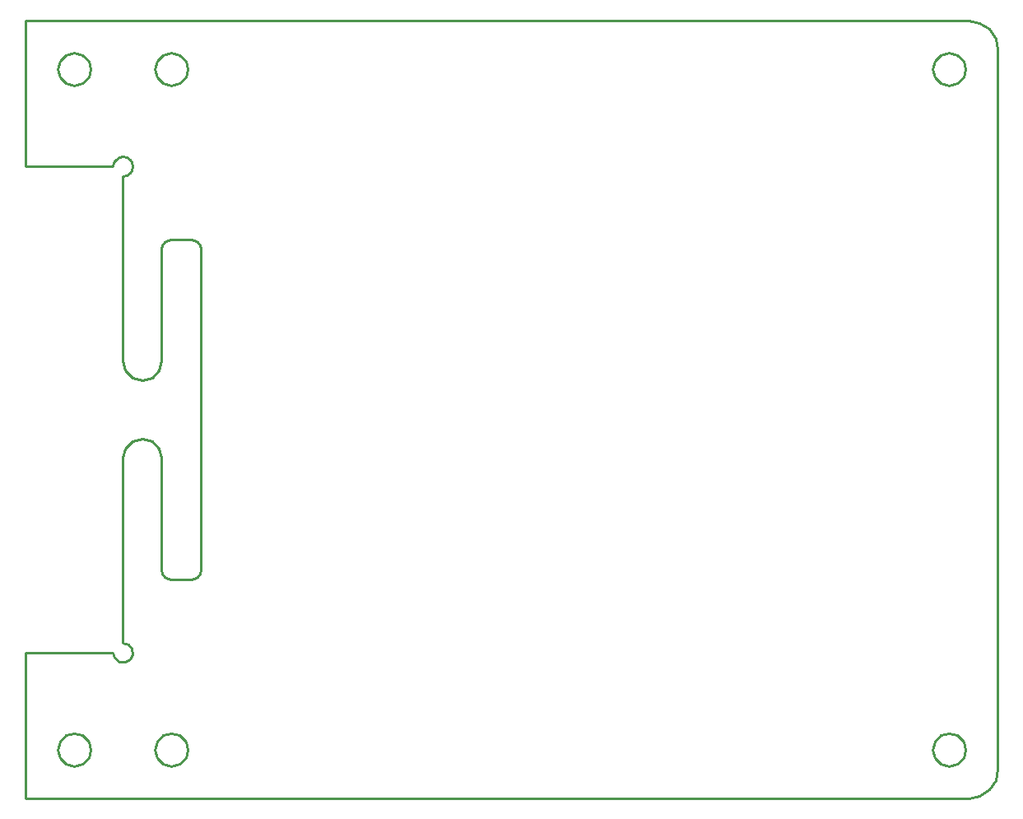
<source format=gbr>
G04 EAGLE Gerber RS-274X export*
G75*
%MOMM*%
%FSLAX34Y34*%
%LPD*%
%IN*%
%IPPOS*%
%AMOC8*
5,1,8,0,0,1.08239X$1,22.5*%
G01*
%ADD10C,0.254000*%


D10*
X172798Y182083D02*
X1142798Y182083D01*
X1154279Y184367D01*
X1164011Y190870D01*
X1170514Y200603D01*
X1172798Y212083D01*
X1172800Y952083D01*
X1170516Y963564D01*
X1164013Y973296D01*
X1154281Y979799D01*
X1142800Y982083D01*
X172798Y982083D01*
X172798Y832083D01*
X262798Y832083D01*
X263584Y835975D01*
X265727Y839154D01*
X268906Y841297D01*
X272798Y842083D01*
X276691Y841297D01*
X279869Y839154D01*
X282012Y835975D01*
X282798Y832083D01*
X282012Y828190D01*
X279869Y825012D01*
X276690Y822869D01*
X272798Y822083D01*
X272798Y632083D01*
X275478Y622083D01*
X282798Y614763D01*
X292798Y612083D01*
X302798Y614763D01*
X310119Y622083D01*
X312798Y632083D01*
X312798Y747083D01*
X313584Y750975D01*
X315727Y754154D01*
X318906Y756297D01*
X322798Y757083D01*
X342798Y757083D01*
X346690Y756297D01*
X349869Y754154D01*
X352012Y750975D01*
X352798Y747083D01*
X352798Y417083D01*
X352012Y413191D01*
X349869Y410012D01*
X346690Y407869D01*
X342798Y407083D01*
X322798Y407083D01*
X318906Y407869D01*
X315727Y410012D01*
X313584Y413191D01*
X312798Y417083D01*
X312798Y532083D01*
X310119Y542083D01*
X302798Y549404D01*
X292798Y552083D01*
X282798Y549404D01*
X275478Y542083D01*
X272798Y532083D01*
X272798Y342083D01*
X278354Y340398D01*
X282037Y335910D01*
X282606Y330132D01*
X279869Y325012D01*
X274749Y322275D01*
X268971Y322844D01*
X264483Y326527D01*
X262798Y332083D01*
X172798Y332083D01*
X172798Y182083D01*
X205798Y232083D02*
X208076Y223583D01*
X214298Y217361D01*
X222798Y215083D01*
X231298Y217361D01*
X237520Y223583D01*
X239798Y232083D01*
X237520Y240583D01*
X231298Y246805D01*
X222798Y249083D01*
X214298Y246805D01*
X208076Y240583D01*
X205798Y232083D01*
X305798Y232083D02*
X308076Y223583D01*
X314298Y217361D01*
X322798Y215083D01*
X331298Y217361D01*
X337520Y223583D01*
X339798Y232083D01*
X337520Y240583D01*
X331298Y246805D01*
X322798Y249083D01*
X314298Y246805D01*
X308076Y240583D01*
X305798Y232083D01*
X305798Y932083D02*
X308076Y923583D01*
X314298Y917361D01*
X322798Y915083D01*
X331298Y917361D01*
X337520Y923583D01*
X339798Y932083D01*
X337520Y940583D01*
X331298Y946805D01*
X322798Y949083D01*
X314298Y946805D01*
X308076Y940583D01*
X305798Y932083D01*
X1105800Y232083D02*
X1108078Y223583D01*
X1114300Y217361D01*
X1122800Y215083D01*
X1131300Y217361D01*
X1137522Y223583D01*
X1139800Y232083D01*
X1137522Y240583D01*
X1131300Y246805D01*
X1122800Y249083D01*
X1114300Y246805D01*
X1108078Y240583D01*
X1105800Y232083D01*
X205798Y932083D02*
X208076Y923583D01*
X214298Y917361D01*
X222798Y915083D01*
X231298Y917361D01*
X237520Y923583D01*
X239798Y932083D01*
X237520Y940583D01*
X231298Y946805D01*
X222798Y949083D01*
X214298Y946805D01*
X208076Y940583D01*
X205798Y932083D01*
X1105800Y932083D02*
X1108078Y923583D01*
X1114300Y917361D01*
X1122800Y915083D01*
X1131300Y917361D01*
X1137522Y923583D01*
X1139800Y932083D01*
X1137522Y940583D01*
X1131300Y946805D01*
X1122800Y949083D01*
X1114300Y946805D01*
X1108078Y940583D01*
X1105800Y932083D01*
M02*

</source>
